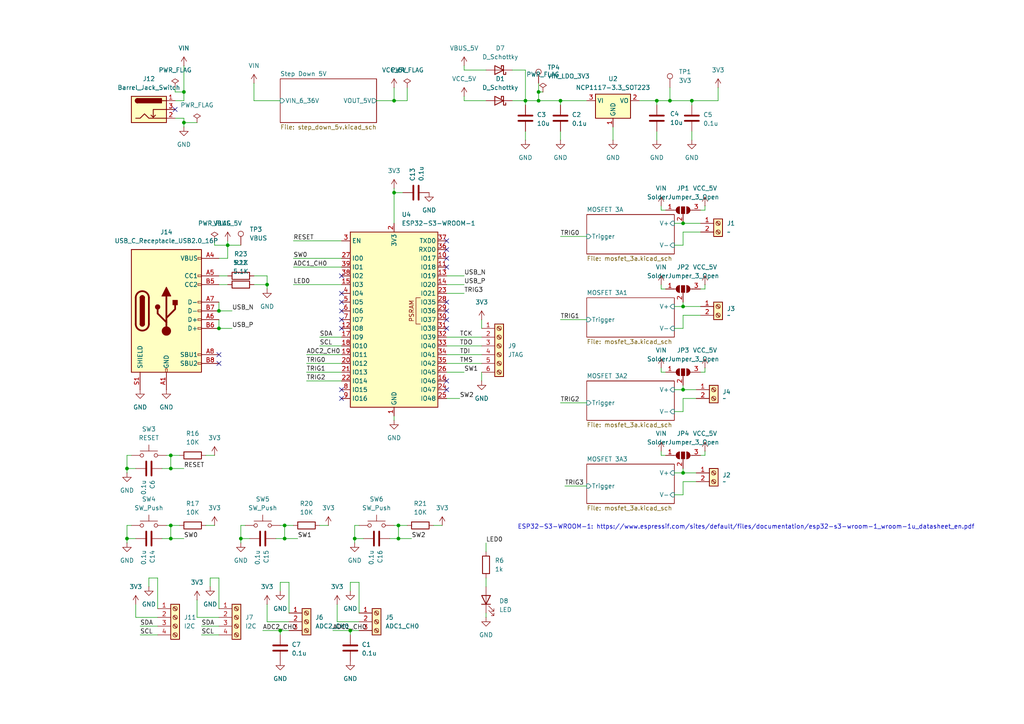
<source format=kicad_sch>
(kicad_sch (version 20231120) (generator "eeschema") (generator_version "8.0")
  (paper "A4")
  (junction (at 63.5 90.17))
  (junction (at 198.12 64.77))
  (junction (at 63.5 95.25))
  (junction (at 152.4 29.21))
  (junction (at 81.28 182.88))
  (junction (at 53.34 26.67))
  (junction (at 190.5 29.21))
  (junction (at 49.53 156.21))
  (junction (at 82.55 156.21))
  (junction (at 114.3 29.21))
  (junction (at 66.04 71.12))
  (junction (at 114.3 55.88))
  (junction (at 156.21 26.67))
  (junction (at 198.12 88.9))
  (junction (at 49.53 135.89))
  (junction (at 49.53 152.4))
  (junction (at 69.85 156.21))
  (junction (at 162.56 29.21))
  (junction (at 156.21 29.21))
  (junction (at 77.47 82.55))
  (junction (at 49.53 132.08))
  (junction (at 36.83 156.21))
  (junction (at 36.83 135.89))
  (junction (at 101.6 182.88))
  (junction (at 82.55 152.4))
  (junction (at 198.12 137.16))
  (junction (at 102.87 156.21))
  (junction (at 115.57 152.4))
  (junction (at 200.66 29.21))
  (junction (at 198.12 113.03))
  (junction (at 115.57 156.21))
  (junction (at 194.31 29.21))
  (junction (at 53.34 35.56))
  (no_connect (at 99.06 80.01))
  (no_connect (at 129.54 72.39))
  (no_connect (at 129.54 90.17))
  (no_connect (at 129.54 74.93))
  (no_connect (at 129.54 87.63))
  (no_connect (at 129.54 77.47))
  (no_connect (at 129.54 69.85))
  (no_connect (at 99.06 90.17))
  (no_connect (at 99.06 87.63))
  (no_connect (at 99.06 85.09))
  (no_connect (at 50.8 31.75))
  (no_connect (at 129.54 110.49))
  (no_connect (at 99.06 95.25))
  (no_connect (at 129.54 113.03))
  (no_connect (at 129.54 95.25))
  (no_connect (at 63.5 102.87))
  (no_connect (at 129.54 92.71))
  (no_connect (at 99.06 113.03))
  (no_connect (at 63.5 105.41))
  (no_connect (at 99.06 115.57))
  (no_connect (at 99.06 92.71))
  (wire (pts (xy 63.5 74.93) (xy 66.04 74.93)))
  (wire (pts (xy 198.12 143.51) (xy 195.58 143.51)))
  (wire (pts (xy 62.23 71.12) (xy 66.04 71.12)))
  (wire (pts (xy 66.04 71.12) (xy 69.85 71.12)))
  (wire (pts (xy 195.58 137.16) (xy 198.12 137.16)))
  (wire (pts (xy 134.62 20.32) (xy 134.62 19.05)))
  (wire (pts (xy 88.9 102.87) (xy 99.06 102.87)))
  (wire (pts (xy 82.55 156.21) (xy 82.55 152.4)))
  (wire (pts (xy 81.28 182.88) (xy 83.82 182.88)))
  (wire (pts (xy 125.73 152.4) (xy 128.27 152.4)))
  (wire (pts (xy 92.71 152.4) (xy 95.25 152.4)))
  (wire (pts (xy 48.26 152.4) (xy 49.53 152.4)))
  (wire (pts (xy 195.58 113.03) (xy 198.12 113.03)))
  (wire (pts (xy 49.53 132.08) (xy 52.07 132.08)))
  (wire (pts (xy 148.59 29.21) (xy 152.4 29.21)))
  (wire (pts (xy 156.21 29.21) (xy 162.56 29.21)))
  (wire (pts (xy 198.12 88.9) (xy 203.2 88.9)))
  (wire (pts (xy 62.23 69.85) (xy 62.23 71.12)))
  (wire (pts (xy 36.83 135.89) (xy 36.83 137.16)))
  (wire (pts (xy 40.64 181.61) (xy 45.72 181.61)))
  (wire (pts (xy 200.66 38.1) (xy 200.66 40.64)))
  (wire (pts (xy 156.21 26.67) (xy 157.48 26.67)))
  (wire (pts (xy 36.83 132.08) (xy 36.83 135.89)))
  (wire (pts (xy 200.66 30.48) (xy 200.66 29.21)))
  (wire (pts (xy 83.82 168.91) (xy 81.28 168.91)))
  (wire (pts (xy 92.71 100.33) (xy 99.06 100.33)))
  (wire (pts (xy 81.28 182.88) (xy 81.28 184.15)))
  (wire (pts (xy 53.34 35.56) (xy 57.15 35.56)))
  (wire (pts (xy 36.83 135.89) (xy 39.37 135.89)))
  (wire (pts (xy 162.56 38.1) (xy 162.56 40.64)))
  (wire (pts (xy 204.47 82.55) (xy 204.47 83.82)))
  (wire (pts (xy 201.93 115.57) (xy 198.12 115.57)))
  (wire (pts (xy 77.47 180.34) (xy 83.82 180.34)))
  (wire (pts (xy 200.66 29.21) (xy 208.28 29.21)))
  (wire (pts (xy 134.62 29.21) (xy 140.97 29.21)))
  (wire (pts (xy 140.97 157.48) (xy 140.97 160.02)))
  (wire (pts (xy 36.83 156.21) (xy 39.37 156.21)))
  (wire (pts (xy 114.3 55.88) (xy 116.84 55.88)))
  (wire (pts (xy 97.79 175.26) (xy 97.79 180.34)))
  (wire (pts (xy 82.55 152.4) (xy 85.09 152.4)))
  (wire (pts (xy 162.56 116.84) (xy 170.18 116.84)))
  (wire (pts (xy 77.47 175.26) (xy 77.47 180.34)))
  (wire (pts (xy 45.72 167.64) (xy 45.72 176.53)))
  (wire (pts (xy 129.54 105.41) (xy 139.7 105.41)))
  (wire (pts (xy 39.37 179.07) (xy 45.72 179.07)))
  (wire (pts (xy 36.83 152.4) (xy 36.83 156.21)))
  (wire (pts (xy 139.7 92.71) (xy 139.7 95.25)))
  (wire (pts (xy 82.55 156.21) (xy 86.36 156.21)))
  (wire (pts (xy 152.4 38.1) (xy 152.4 40.64)))
  (wire (pts (xy 76.2 182.88) (xy 81.28 182.88)))
  (wire (pts (xy 191.77 59.69) (xy 191.77 60.96)))
  (wire (pts (xy 66.04 69.85) (xy 66.04 71.12)))
  (wire (pts (xy 38.1 152.4) (xy 36.83 152.4)))
  (wire (pts (xy 63.5 92.71) (xy 63.5 95.25)))
  (wire (pts (xy 39.37 175.26) (xy 39.37 179.07)))
  (wire (pts (xy 114.3 152.4) (xy 115.57 152.4)))
  (wire (pts (xy 83.82 168.91) (xy 83.82 177.8)))
  (wire (pts (xy 118.11 29.21) (xy 118.11 25.4)))
  (wire (pts (xy 49.53 135.89) (xy 49.53 132.08)))
  (wire (pts (xy 104.14 152.4) (xy 102.87 152.4)))
  (wire (pts (xy 85.09 69.85) (xy 99.06 69.85)))
  (wire (pts (xy 193.04 83.82) (xy 191.77 83.82)))
  (wire (pts (xy 73.66 82.55) (xy 77.47 82.55)))
  (wire (pts (xy 134.62 20.32) (xy 140.97 20.32)))
  (wire (pts (xy 101.6 168.91) (xy 101.6 171.45)))
  (wire (pts (xy 104.14 168.91) (xy 101.6 168.91)))
  (wire (pts (xy 191.77 107.95) (xy 191.77 106.68)))
  (wire (pts (xy 198.12 64.77) (xy 203.2 64.77)))
  (wire (pts (xy 194.31 29.21) (xy 200.66 29.21)))
  (wire (pts (xy 152.4 20.32) (xy 152.4 29.21)))
  (wire (pts (xy 198.12 139.7) (xy 198.12 143.51)))
  (wire (pts (xy 203.2 91.44) (xy 198.12 91.44)))
  (wire (pts (xy 190.5 38.1) (xy 190.5 40.64)))
  (wire (pts (xy 81.28 168.91) (xy 81.28 171.45)))
  (wire (pts (xy 63.5 87.63) (xy 63.5 90.17)))
  (wire (pts (xy 50.8 26.67) (xy 53.34 26.67)))
  (wire (pts (xy 203.2 107.95) (xy 204.47 107.95)))
  (wire (pts (xy 40.64 184.15) (xy 45.72 184.15)))
  (wire (pts (xy 163.83 140.97) (xy 170.18 140.97)))
  (wire (pts (xy 63.5 167.64) (xy 63.5 176.53)))
  (wire (pts (xy 57.15 173.99) (xy 57.15 179.07)))
  (wire (pts (xy 104.14 168.91) (xy 104.14 177.8)))
  (wire (pts (xy 60.96 167.64) (xy 60.96 170.18)))
  (wire (pts (xy 129.54 107.95) (xy 134.62 107.95)))
  (wire (pts (xy 198.12 91.44) (xy 198.12 95.25)))
  (wire (pts (xy 63.5 95.25) (xy 67.31 95.25)))
  (wire (pts (xy 69.85 156.21) (xy 69.85 157.48)))
  (wire (pts (xy 198.12 95.25) (xy 195.58 95.25)))
  (wire (pts (xy 101.6 182.88) (xy 101.6 184.15)))
  (wire (pts (xy 185.42 29.21) (xy 190.5 29.21)))
  (wire (pts (xy 88.9 105.41) (xy 99.06 105.41)))
  (wire (pts (xy 129.54 82.55) (xy 134.62 82.55)))
  (wire (pts (xy 69.85 152.4) (xy 69.85 156.21)))
  (wire (pts (xy 102.87 156.21) (xy 102.87 157.48)))
  (wire (pts (xy 198.12 67.31) (xy 198.12 71.12)))
  (wire (pts (xy 114.3 120.65) (xy 114.3 121.92)))
  (wire (pts (xy 162.56 30.48) (xy 162.56 29.21)))
  (wire (pts (xy 156.21 24.13) (xy 156.21 26.67)))
  (wire (pts (xy 71.12 152.4) (xy 69.85 152.4)))
  (wire (pts (xy 129.54 80.01) (xy 134.62 80.01)))
  (wire (pts (xy 101.6 182.88) (xy 104.14 182.88)))
  (wire (pts (xy 80.01 156.21) (xy 82.55 156.21)))
  (wire (pts (xy 50.8 25.4) (xy 50.8 26.67)))
  (wire (pts (xy 77.47 82.55) (xy 77.47 83.82)))
  (wire (pts (xy 69.85 156.21) (xy 72.39 156.21)))
  (wire (pts (xy 204.47 106.68) (xy 204.47 107.95)))
  (wire (pts (xy 129.54 115.57) (xy 133.35 115.57)))
  (wire (pts (xy 46.99 156.21) (xy 49.53 156.21)))
  (wire (pts (xy 115.57 156.21) (xy 119.38 156.21)))
  (wire (pts (xy 129.54 100.33) (xy 139.7 100.33)))
  (wire (pts (xy 198.12 113.03) (xy 201.93 113.03)))
  (wire (pts (xy 88.9 107.95) (xy 99.06 107.95)))
  (wire (pts (xy 66.04 71.12) (xy 66.04 74.93)))
  (wire (pts (xy 59.69 152.4) (xy 62.23 152.4)))
  (wire (pts (xy 203.2 60.96) (xy 204.47 60.96)))
  (wire (pts (xy 58.42 184.15) (xy 63.5 184.15)))
  (wire (pts (xy 204.47 59.69) (xy 204.47 60.96)))
  (wire (pts (xy 201.93 139.7) (xy 198.12 139.7)))
  (wire (pts (xy 49.53 156.21) (xy 49.53 152.4)))
  (wire (pts (xy 198.12 115.57) (xy 198.12 119.38)))
  (wire (pts (xy 63.5 167.64) (xy 60.96 167.64)))
  (wire (pts (xy 49.53 135.89) (xy 53.34 135.89)))
  (wire (pts (xy 204.47 130.81) (xy 204.47 132.08)))
  (wire (pts (xy 198.12 71.12) (xy 195.58 71.12)))
  (wire (pts (xy 198.12 135.89) (xy 198.12 137.16)))
  (wire (pts (xy 48.26 132.08) (xy 49.53 132.08)))
  (wire (pts (xy 156.21 26.67) (xy 156.21 29.21)))
  (wire (pts (xy 191.77 132.08) (xy 191.77 130.81)))
  (wire (pts (xy 191.77 83.82) (xy 191.77 82.55)))
  (wire (pts (xy 97.79 180.34) (xy 104.14 180.34)))
  (wire (pts (xy 85.09 82.55) (xy 99.06 82.55)))
  (wire (pts (xy 195.58 64.77) (xy 198.12 64.77)))
  (wire (pts (xy 140.97 177.8) (xy 140.97 179.07)))
  (wire (pts (xy 77.47 80.01) (xy 77.47 82.55)))
  (wire (pts (xy 49.53 152.4) (xy 52.07 152.4)))
  (wire (pts (xy 148.59 20.32) (xy 152.4 20.32)))
  (wire (pts (xy 38.1 132.08) (xy 36.83 132.08)))
  (wire (pts (xy 162.56 92.71) (xy 170.18 92.71)))
  (wire (pts (xy 96.52 182.88) (xy 101.6 182.88)))
  (wire (pts (xy 102.87 152.4) (xy 102.87 156.21)))
  (wire (pts (xy 198.12 111.76) (xy 198.12 113.03)))
  (wire (pts (xy 129.54 97.79) (xy 139.7 97.79)))
  (wire (pts (xy 53.34 19.05) (xy 53.34 26.67)))
  (wire (pts (xy 194.31 25.4) (xy 194.31 29.21)))
  (wire (pts (xy 63.5 80.01) (xy 66.04 80.01)))
  (wire (pts (xy 198.12 119.38) (xy 195.58 119.38)))
  (wire (pts (xy 134.62 27.94) (xy 134.62 29.21)))
  (wire (pts (xy 50.8 29.21) (xy 53.34 29.21)))
  (wire (pts (xy 193.04 107.95) (xy 191.77 107.95)))
  (wire (pts (xy 63.5 90.17) (xy 67.31 90.17)))
  (wire (pts (xy 73.66 80.01) (xy 77.47 80.01)))
  (wire (pts (xy 208.28 25.4) (xy 208.28 29.21)))
  (wire (pts (xy 190.5 29.21) (xy 194.31 29.21)))
  (wire (pts (xy 177.8 40.64) (xy 177.8 36.83)))
  (wire (pts (xy 102.87 156.21) (xy 105.41 156.21)))
  (wire (pts (xy 53.34 26.67) (xy 53.34 29.21)))
  (wire (pts (xy 114.3 29.21) (xy 118.11 29.21)))
  (wire (pts (xy 53.34 34.29) (xy 53.34 35.56)))
  (wire (pts (xy 49.53 156.21) (xy 53.34 156.21)))
  (wire (pts (xy 88.9 110.49) (xy 99.06 110.49)))
  (wire (pts (xy 43.18 167.64) (xy 43.18 170.18)))
  (wire (pts (xy 36.83 156.21) (xy 36.83 157.48)))
  (wire (pts (xy 45.72 167.64) (xy 43.18 167.64)))
  (wire (pts (xy 198.12 137.16) (xy 201.93 137.16)))
  (wire (pts (xy 114.3 54.61) (xy 114.3 55.88)))
  (wire (pts (xy 203.2 132.08) (xy 204.47 132.08)))
  (wire (pts (xy 92.71 97.79) (xy 99.06 97.79)))
  (wire (pts (xy 81.28 152.4) (xy 82.55 152.4)))
  (wire (pts (xy 115.57 152.4) (xy 118.11 152.4)))
  (wire (pts (xy 129.54 85.09) (xy 134.62 85.09)))
  (wire (pts (xy 73.66 24.13) (xy 73.66 29.21)))
  (wire (pts (xy 139.7 107.95) (xy 139.7 110.49)))
  (wire (pts (xy 198.12 87.63) (xy 198.12 88.9)))
  (wire (pts (xy 203.2 67.31) (xy 198.12 67.31)))
  (wire (pts (xy 162.56 29.21) (xy 170.18 29.21)))
  (wire (pts (xy 115.57 156.21) (xy 115.57 152.4)))
  (wire (pts (xy 53.34 35.56) (xy 53.34 36.83)))
  (wire (pts (xy 50.8 34.29) (xy 53.34 34.29)))
  (wire (pts (xy 59.69 132.08) (xy 62.23 132.08)))
  (wire (pts (xy 85.09 77.47) (xy 99.06 77.47)))
  (wire (pts (xy 113.03 156.21) (xy 115.57 156.21)))
  (wire (pts (xy 162.56 68.58) (xy 170.18 68.58)))
  (wire (pts (xy 203.2 83.82) (xy 204.47 83.82)))
  (wire (pts (xy 58.42 181.61) (xy 63.5 181.61)))
  (wire (pts (xy 195.58 88.9) (xy 198.12 88.9)))
  (wire (pts (xy 63.5 82.55) (xy 66.04 82.55)))
  (wire (pts (xy 193.04 132.08) (xy 191.77 132.08)))
  (wire (pts (xy 85.09 74.93) (xy 99.06 74.93)))
  (wire (pts (xy 129.54 102.87) (xy 139.7 102.87)))
  (wire (pts (xy 114.3 25.4) (xy 114.3 29.21)))
  (wire (pts (xy 46.99 135.89) (xy 49.53 135.89)))
  (wire (pts (xy 73.66 29.21) (xy 81.28 29.21)))
  (wire (pts (xy 191.77 60.96) (xy 193.04 60.96)))
  (wire (pts (xy 109.22 29.21) (xy 114.3 29.21)))
  (wire (pts (xy 57.15 179.07) (xy 63.5 179.07)))
  (wire (pts (xy 114.3 55.88) (xy 114.3 64.77)))
  (wire (pts (xy 190.5 29.21) (xy 190.5 30.48)))
  (wire (pts (xy 152.4 29.21) (xy 156.21 29.21)))
  (wire (pts (xy 152.4 29.21) (xy 152.4 30.48)))
  (wire (pts (xy 140.97 167.64) (xy 140.97 170.18)))
  (text "ESP32-S3-WROOM-1: https://www.espressif.com/sites/default/files/documentation/esp32-s3-wroom-1_wroom-1u_datasheet_en.pdf" (at 216.408 152.908 0) (effects (font (size 1.27 1.27))))
  (label "SCL" (at 58.42 184.15 0))
  (label "TDI" (at 133.35 102.87 0))
  (label "ADC1_CH0" (at 96.52 182.88 0))
  (label "SDA" (at 58.42 181.61 0))
  (label "RESET" (at 53.34 135.89 0))
  (label "TRIG1" (at 162.56 92.71 0))
  (label "TRIG2" (at 162.56 116.84 0))
  (label "TCK" (at 133.35 97.79 0))
  (label "TMS" (at 133.35 105.41 0))
  (label "USB_N" (at 134.62 80.01 0))
  (label "ADC1_CH0" (at 85.09 77.47 0))
  (label "ADC2_CH0" (at 88.9 102.87 0))
  (label "RESET" (at 85.09 69.85 0))
  (label "LED0" (at 140.97 157.48 0))
  (label "SW2" (at 119.38 156.21 0))
  (label "TRIG1" (at 88.9 107.95 0))
  (label "SCL" (at 92.71 100.33 0))
  (label "TDO" (at 133.35 100.33 0))
  (label "LED0" (at 85.09 82.55 0))
  (label "TRIG0" (at 88.9 105.41 0))
  (label "SW2" (at 133.35 115.57 0))
  (label "TRIG2" (at 88.9 110.49 0))
  (label "SW0" (at 85.09 74.93 0))
  (label "SW1" (at 134.62 107.95 0))
  (label "USB_P" (at 67.31 95.25 0))
  (label "SW0" (at 53.34 156.21 0))
  (label "USB_N" (at 67.31 90.17 0))
  (label "TRIG0" (at 162.56 68.58 0))
  (label "TRIG3" (at 163.83 140.97 0))
  (label "ADC2_CH0" (at 76.2 182.88 0))
  (label "SDA" (at 40.64 181.61 0))
  (label "SCL" (at 40.64 184.15 0))
  (label "TRIG3" (at 134.62 85.09 0))
  (label "SDA" (at 92.71 97.79 0))
  (label "SW1" (at 86.36 156.21 0))
  (label "USB_P" (at 134.62 82.55 0))
  (symbol (lib_id "Device:C") (at 162.56 34.29 0) (unit 1)
    (property "Reference" "C2" (at 165.862 33.274 0) (effects (justify left)))
    (property "Value" "0.1u" (at 165.862 35.814 0) (effects (justify left)))
    (property "Footprint" "Capacitor_SMD:C_0805_2012Metric_Pad1.18x1.45mm_HandSolder" (effects (hide yes)))
    (property "Description" "Unpolarized capacitor" (effects (hide yes)))
  )
  (symbol (lib_id "Switch:SW_Push") (at 43.18 152.4 0) (unit 1)
    (property "Reference" "SW4" (at 43.18 144.78 0))
    (property "Value" "SW_Push" (at 43.18 147.32 0))
    (property "Footprint" "Button_Switch_THT:SW_PUSH_6mm" (effects (hide yes)))
    (property "Description" "Push button switch, generic, two pins" (effects (hide yes)))
  )
  (symbol (lib_id "Jumper:SolderJumper_3_Open") (at 198.12 60.96 0) (unit 1) (exclude_from_sim yes) (in_bom no)
    (property "Reference" "JP1" (at 198.12 54.61 0))
    (property "Value" "SolderJumper_3_Open" (at 198.12 57.15 0))
    (property "Footprint" "Jumper:SolderJumper-3_P1.3mm_Open_Pad1.0x1.5mm_NumberLabels" (effects (hide yes)))
    (property "Description" "Solder Jumper, 3-pole, open" (effects (hide yes)))
  )
  (symbol (lib_id "Device:C") (at 190.5 34.29 0) (unit 1)
    (property "Reference" "C4" (at 194.31 33.0199 0) (effects (justify left)))
    (property "Value" "10u" (at 194.31 35.5599 0) (effects (justify left)))
    (property "Footprint" "Capacitor_SMD:C_0805_2012Metric_Pad1.18x1.45mm_HandSolder" (effects (hide yes)))
    (property "Description" "Unpolarized capacitor" (effects (hide yes)))
  )
  (symbol (lib_id "Device:R") (at 121.92 152.4 270) (unit 1)
    (property "Reference" "R21" (at 121.92 146.05 90))
    (property "Value" "10K" (at 121.92 148.59 90))
    (property "Footprint" "Resistor_SMD:R_0805_2012Metric_Pad1.20x1.40mm_HandSolder" (effects (hide yes)))
    (property "Description" "Resistor" (effects (hide yes)))
  )
  (symbol (lib_name "VCC_1") (lib_id "power:VCC") (at 139.7 92.71 0) (unit 1)
    (property "Reference" "#PWR059" (effects (hide yes)))
    (property "Value" "3V3" (at 139.7 87.63 0))
    (property "Description" "Power symbol creates a global label with name \"VCC\"" (effects (hide yes)))
  )
  (symbol (lib_id "power:GND") (at 53.34 36.83 0) (unit 1)
    (property "Reference" "#PWR028" (effects (hide yes)))
    (property "Value" "GND" (at 53.34 41.91 0))
    (property "Description" "Power symbol creates a global label with name \"GND\" , ground" (effects (hide yes)))
  )
  (symbol (lib_id "Connector:Screw_Terminal_01x03") (at 109.22 180.34 0) (unit 1)
    (property "Reference" "J5" (at 111.76 179.0699 0) (effects (justify left)))
    (property "Value" "ADC1_CH0" (at 111.76 181.6099 0) (effects (justify left)))
    (property "Footprint" "Connector_JST:JST_XH_B3B-XH-AM_1x03_P2.50mm_Vertical" (effects (hide yes)))
    (property "Description" "Generic screw terminal, single row, 01x03, script generated (kicad-library-utils/schlib/autogen/connector/)" (effects (hide yes)))
  )
  (symbol (lib_id "Connector:Screw_Terminal_01x02") (at 207.01 137.16 0) (unit 1)
    (property "Reference" "J2" (at 209.55 137.7949 0) (effects (justify left)))
    (property "Value" "~" (at 209.55 139.7 0) (effects (justify left)))
    (property "Footprint" "TerminalBlock_Phoenix:TerminalBlock_Phoenix_MKDS-1,5-2-5.08_1x02_P5.08mm_Horizontal" (effects (hide yes)))
    (property "Description" "Generic screw terminal, single row, 01x02, script generated (kicad-library-utils/schlib/autogen/connector/)" (effects (hide yes)))
  )
  (symbol (lib_name "VCC_1") (lib_id "power:VCC") (at 39.37 175.26 0) (unit 1)
    (property "Reference" "#PWR013" (effects (hide yes)))
    (property "Value" "3V3" (at 39.37 170.18 0))
    (property "Description" "Power symbol creates a global label with name \"VCC\"" (effects (hide yes)))
  )
  (symbol (lib_name "VCC_1") (lib_id "power:VCC") (at 62.23 132.08 0) (unit 1)
    (property "Reference" "#PWR04" (effects (hide yes)))
    (property "Value" "3V3" (at 62.23 127 0))
    (property "Description" "Power symbol creates a global label with name \"VCC\"" (effects (hide yes)))
  )
  (symbol (lib_id "Switch:SW_Push") (at 76.2 152.4 0) (unit 1)
    (property "Reference" "SW5" (at 76.2 144.78 0))
    (property "Value" "SW_Push" (at 76.2 147.32 0))
    (property "Footprint" "Button_Switch_THT:SW_PUSH_6mm" (effects (hide yes)))
    (property "Description" "Push button switch, generic, two pins" (effects (hide yes)))
  )
  (symbol (lib_id "Device:R") (at 55.88 152.4 270) (unit 1)
    (property "Reference" "R17" (at 55.88 146.05 90))
    (property "Value" "10K" (at 55.88 148.59 90))
    (property "Footprint" "Resistor_SMD:R_0805_2012Metric_Pad1.20x1.40mm_HandSolder" (effects (hide yes)))
    (property "Description" "Resistor" (effects (hide yes)))
  )
  (symbol (lib_id "power:GND") (at 102.87 157.48 0) (unit 1)
    (property "Reference" "#PWR051" (effects (hide yes)))
    (property "Value" "GND" (at 102.87 162.56 0))
    (property "Description" "Power symbol creates a global label with name \"GND\" , ground" (effects (hide yes)))
  )
  (symbol (lib_id "power:GND") (at 177.8 40.64 0) (unit 1)
    (property "Reference" "#PWR024" (effects (hide yes)))
    (property "Value" "GND" (at 177.8 45.72 0))
    (property "Description" "Power symbol creates a global label with name \"GND\" , ground" (effects (hide yes)))
  )
  (symbol (lib_name "VCC_1") (lib_id "power:VCC") (at 134.62 27.94 0) (unit 1)
    (property "Reference" "#PWR036" (effects (hide yes)))
    (property "Value" "VCC_5V" (at 134.62 22.86 0))
    (property "Description" "Power symbol creates a global label with name \"VCC\"" (effects (hide yes)))
  )
  (symbol (lib_id "Device:R") (at 69.85 82.55 90) (unit 1)
    (property "Reference" "R22" (at 69.85 76.2 90))
    (property "Value" "5.1K" (at 69.85 78.74 90))
    (property "Footprint" "Resistor_SMD:R_0805_2012Metric_Pad1.20x1.40mm_HandSolder" (effects (hide yes)))
    (property "Description" "Resistor" (effects (hide yes)))
  )
  (symbol (lib_id "power:GND") (at 140.97 179.07 0) (unit 1)
    (property "Reference" "#PWR015" (effects (hide yes)))
    (property "Value" "GND" (at 140.97 184.15 0))
    (property "Description" "Power symbol creates a global label with name \"GND\" , ground" (effects (hide yes)))
  )
  (symbol (lib_id "Connector:Screw_Terminal_01x06") (at 144.78 100.33 0) (unit 1)
    (property "Reference" "J9" (at 147.32 100.3299 0) (effects (justify left)))
    (property "Value" "JTAG" (at 147.32 102.8699 0) (effects (justify left)))
    (property "Footprint" "Connector_JST:JST_XH_B6B-XH-AM_1x06_P2.50mm_Vertical" (effects (hide yes)))
    (property "Description" "Generic screw terminal, single row, 01x06, script generated (kicad-library-utils/schlib/autogen/connector/)" (effects (hide yes)))
  )
  (symbol (lib_id "power:GND") (at 36.83 137.16 0) (unit 1)
    (property "Reference" "#PWR03" (effects (hide yes)))
    (property "Value" "GND" (at 36.83 142.24 0))
    (property "Description" "Power symbol creates a global label with name \"GND\" , ground" (effects (hide yes)))
  )
  (symbol (lib_id "Connector:Barrel_Jack_Switch") (at 43.18 31.75 0) (unit 1)
    (property "Reference" "J12" (at 43.18 22.86 0))
    (property "Value" "Barrel_Jack_Switch" (at 43.18 25.4 0))
    (property "Footprint" "Connector_BarrelJack:BarrelJack_Horizontal" (effects (hide yes)))
    (property "Description" "DC Barrel Jack with an internal switch" (effects (hide yes)))
  )
  (symbol (lib_id "power:PWR_FLAG") (at 118.11 25.4 0) (unit 1)
    (property "Reference" "#FLG05" (effects (hide yes)))
    (property "Value" "PWR_FLAG" (at 118.11 20.32 0))
    (property "Description" "Special symbol for telling ERC where power comes from" (effects (hide yes)))
  )
  (symbol (lib_id "Device:C") (at 152.4 34.29 0) (unit 1)
    (property "Reference" "C3" (at 155.702 33.274 0) (effects (justify left)))
    (property "Value" "10u" (at 155.702 35.814 0) (effects (justify left)))
    (property "Footprint" "Capacitor_SMD:C_0805_2012Metric_Pad1.18x1.45mm_HandSolder" (effects (hide yes)))
    (property "Description" "Unpolarized capacitor" (effects (hide yes)))
  )
  (symbol (lib_id "Connector:Screw_Terminal_01x03") (at 88.9 180.34 0) (unit 1)
    (property "Reference" "J6" (at 91.44 179.0699 0) (effects (justify left)))
    (property "Value" "ADC2_CH0" (at 91.44 181.6099 0) (effects (justify left)))
    (property "Footprint" "Connector_JST:JST_XH_B3B-XH-AM_1x03_P2.50mm_Vertical" (effects (hide yes)))
    (property "Description" "Generic screw terminal, single row, 01x03, script generated (kicad-library-utils/schlib/autogen/connector/)" (effects (hide yes)))
  )
  (symbol (lib_id "power:PWR_FLAG") (at 57.15 35.56 0) (unit 1)
    (property "Reference" "#FLG02" (effects (hide yes)))
    (property "Value" "PWR_FLAG" (at 57.15 30.48 0))
    (property "Description" "Special symbol for telling ERC where power comes from" (effects (hide yes)))
  )
  (symbol (lib_id "Switch:SW_Push") (at 109.22 152.4 0) (unit 1)
    (property "Reference" "SW6" (at 109.22 144.78 0))
    (property "Value" "SW_Push" (at 109.22 147.32 0))
    (property "Footprint" "Button_Switch_THT:SW_PUSH_6mm" (effects (hide yes)))
    (property "Description" "Push button switch, generic, two pins" (effects (hide yes)))
  )
  (symbol (lib_id "power:GND") (at 152.4 40.64 0) (unit 1)
    (property "Reference" "#PWR025" (effects (hide yes)))
    (property "Value" "GND" (at 152.4 45.72 0))
    (property "Description" "Power symbol creates a global label with name \"GND\" , ground" (effects (hide yes)))
  )
  (symbol (lib_id "Device:C") (at 109.22 156.21 270) (unit 1)
    (property "Reference" "C16" (at 110.236 159.512 0) (effects (justify left)))
    (property "Value" "0.1u" (at 107.696 159.512 0) (effects (justify left)))
    (property "Footprint" "Capacitor_SMD:C_0805_2012Metric_Pad1.18x1.45mm_HandSolder" (effects (hide yes)))
    (property "Description" "Unpolarized capacitor" (effects (hide yes)))
  )
  (symbol (lib_id "Device:C") (at 76.2 156.21 270) (unit 1)
    (property "Reference" "C15" (at 77.216 159.512 0) (effects (justify left)))
    (property "Value" "0.1u" (at 74.676 159.512 0) (effects (justify left)))
    (property "Footprint" "Capacitor_SMD:C_0805_2012Metric_Pad1.18x1.45mm_HandSolder" (effects (hide yes)))
    (property "Description" "Unpolarized capacitor" (effects (hide yes)))
  )
  (symbol (lib_id "Device:R") (at 69.85 80.01 90) (unit 1)
    (property "Reference" "R23" (at 69.85 73.66 90))
    (property "Value" "5.1K" (at 69.85 76.2 90))
    (property "Footprint" "Resistor_SMD:R_0805_2012Metric_Pad1.20x1.40mm_HandSolder" (effects (hide yes)))
    (property "Description" "Resistor" (effects (hide yes)))
  )
  (symbol (lib_name "VCC_1") (lib_id "power:VCC") (at 62.23 152.4 0) (unit 1)
    (property "Reference" "#PWR044" (effects (hide yes)))
    (property "Value" "3V3" (at 62.23 147.32 0))
    (property "Description" "Power symbol creates a global label with name \"VCC\"" (effects (hide yes)))
  )
  (symbol (lib_name "VCC_1") (lib_id "power:VCC") (at 134.62 19.05 0) (unit 1)
    (property "Reference" "#PWR037" (effects (hide yes)))
    (property "Value" "VBUS_5V" (at 134.62 13.97 0))
    (property "Description" "Power symbol creates a global label with name \"VCC\"" (effects (hide yes)))
  )
  (symbol (lib_id "Device:C") (at 101.6 187.96 0) (unit 1)
    (property "Reference" "C1" (at 104.902 186.944 0) (effects (justify left)))
    (property "Value" "0.1u" (at 104.902 189.484 0) (effects (justify left)))
    (property "Footprint" "Capacitor_SMD:C_0805_2012Metric_Pad1.18x1.45mm_HandSolder" (effects (hide yes)))
    (property "Description" "Unpolarized capacitor" (effects (hide yes)))
  )
  (symbol (lib_id "Device:C") (at 120.65 55.88 90) (unit 1)
    (property "Reference" "C13" (at 119.634 52.578 0) (effects (justify left)))
    (property "Value" "0.1u" (at 122.174 52.578 0) (effects (justify left)))
    (property "Footprint" "Capacitor_SMD:C_0805_2012Metric_Pad1.18x1.45mm_HandSolder" (effects (hide yes)))
    (property "Description" "Unpolarized capacitor" (effects (hide yes)))
  )
  (symbol (lib_id "Device:C") (at 81.28 187.96 0) (unit 1)
    (property "Reference" "C7" (at 84.582 186.944 0) (effects (justify left)))
    (property "Value" "0.1u" (at 84.582 189.484 0) (effects (justify left)))
    (property "Footprint" "Capacitor_SMD:C_0805_2012Metric_Pad1.18x1.45mm_HandSolder" (effects (hide yes)))
    (property "Description" "Unpolarized capacitor" (effects (hide yes)))
  )
  (symbol (lib_id "power:GND") (at 200.66 40.64 0) (unit 1)
    (property "Reference" "#PWR040" (effects (hide yes)))
    (property "Value" "GND" (at 200.66 45.72 0))
    (property "Description" "Power symbol creates a global label with name \"GND\" , ground" (effects (hide yes)))
  )
  (symbol (lib_id "power:GND") (at 81.28 171.45 0) (unit 1)
    (property "Reference" "#PWR027" (effects (hide yes)))
    (property "Value" "GND" (at 81.28 176.53 0))
    (property "Description" "Power symbol creates a global label with name \"GND\" , ground" (effects (hide yes)))
  )
  (symbol (lib_id "Regulator_Linear:NCP1117-3.3_SOT223") (at 177.8 29.21 0) (unit 1)
    (property "Reference" "U2" (at 177.8 22.86 0))
    (property "Value" "NCP1117-3.3_SOT223" (at 177.8 25.4 0))
    (property "Footprint" "Package_TO_SOT_SMD:SOT-223-3_TabPin2" (effects (hide yes)))
    (property "Datasheet" "http://www.onsemi.com/pub_link/Collateral/NCP1117-D.PDF" (effects (hide yes)))
    (property "Description" "1A Low drop-out regulator, Fixed Output 3.3V, SOT-223" (effects (hide yes)))
  )
  (symbol (lib_id "Device:C") (at 43.18 135.89 270) (unit 1)
    (property "Reference" "C6" (at 44.196 139.192 0) (effects (justify left)))
    (property "Value" "0.1u" (at 41.656 139.192 0) (effects (justify left)))
    (property "Footprint" "Capacitor_SMD:C_0805_2012Metric_Pad1.18x1.45mm_HandSolder" (effects (hide yes)))
    (property "Description" "Unpolarized capacitor" (effects (hide yes)))
  )
  (symbol (lib_id "power:PWR_FLAG") (at 50.8 25.4 0) (unit 1)
    (property "Reference" "#FLG01" (effects (hide yes)))
    (property "Value" "PWR_FLAG" (at 50.8 20.32 0))
    (property "Description" "Special symbol for telling ERC where power comes from" (effects (hide yes)))
  )
  (symbol (lib_id "power:PWR_FLAG") (at 157.48 26.67 0) (unit 1)
    (property "Reference" "#FLG04" (effects (hide yes)))
    (property "Value" "PWR_FLAG" (at 157.48 21.59 0))
    (property "Description" "Special symbol for telling ERC where power comes from" (effects (hide yes)))
  )
  (symbol (lib_name "VCC_1") (lib_id "power:VCC") (at 204.47 106.68 0) (unit 1)
    (property "Reference" "#PWR010" (effects (hide yes)))
    (property "Value" "VCC_5V" (at 204.47 101.6 0))
    (property "Description" "Power symbol creates a global label with name \"VCC\"" (effects (hide yes)))
  )
  (symbol (lib_id "power:VCC") (at 191.77 106.68 0) (unit 1)
    (property "Reference" "#PWR09" (effects (hide yes)))
    (property "Value" "VIN" (at 191.77 101.6 0))
    (property "Description" "Power symbol creates a global label with name \"VCC\"" (effects (hide yes)))
  )
  (symbol (lib_name "VCC_1") (lib_id "power:VCC") (at 208.28 25.4 0) (unit 1)
    (property "Reference" "#PWR038" (effects (hide yes)))
    (property "Value" "3V3" (at 208.28 20.32 0))
    (property "Description" "Power symbol creates a global label with name \"VCC\"" (effects (hide yes)))
  )
  (symbol (lib_id "power:GND") (at 69.85 157.48 0) (unit 1)
    (property "Reference" "#PWR045" (effects (hide yes)))
    (property "Value" "GND" (at 69.85 162.56 0))
    (property "Description" "Power symbol creates a global label with name \"GND\" , ground" (effects (hide yes)))
  )
  (symbol (lib_id "Connector:TestPoint") (at 156.21 24.13 0) (unit 1)
    (property "Reference" "TP4" (at 158.75 19.5579 0) (effects (justify left)))
    (property "Value" "VIN_LDO_3V3" (at 158.75 22.0979 0) (effects (justify left)))
    (property "Footprint" "TestPoint:TestPoint_Pad_2.0x2.0mm" (effects (hide yes)))
    (property "Description" "test point" (effects (hide yes)))
  )
  (symbol (lib_name "VCC_1") (lib_id "power:VCC") (at 57.15 173.99 0) (unit 1)
    (property "Reference" "#PWR014" (effects (hide yes)))
    (property "Value" "3V3" (at 57.15 168.91 0))
    (property "Description" "Power symbol creates a global label with name \"VCC\"" (effects (hide yes)))
  )
  (symbol (lib_name "VCC_1") (lib_id "power:VCC") (at 204.47 82.55 0) (unit 1)
    (property "Reference" "#PWR019" (effects (hide yes)))
    (property "Value" "VCC_5V" (at 204.47 77.47 0))
    (property "Description" "Power symbol creates a global label with name \"VCC\"" (effects (hide yes)))
  )
  (symbol (lib_name "VCC_1") (lib_id "power:VCC") (at 204.47 130.81 0) (unit 1)
    (property "Reference" "#PWR012" (effects (hide yes)))
    (property "Value" "VCC_5V" (at 204.47 125.73 0))
    (property "Description" "Power symbol creates a global label with name \"VCC\"" (effects (hide yes)))
  )
  (symbol (lib_id "power:GND") (at 43.18 170.18 0) (unit 1)
    (property "Reference" "#PWR029" (effects (hide yes)))
    (property "Value" "GND" (at 43.18 175.26 0))
    (property "Description" "Power symbol creates a global label with name \"GND\" , ground" (effects (hide yes)))
  )
  (symbol (lib_id "power:VCC") (at 191.77 82.55 0) (unit 1)
    (property "Reference" "#PWR018" (effects (hide yes)))
    (property "Value" "VIN" (at 191.77 77.47 0))
    (property "Description" "Power symbol creates a global label with name \"VCC\"" (effects (hide yes)))
  )
  (symbol (lib_id "power:GND") (at 114.3 121.92 0) (unit 1)
    (property "Reference" "#PWR032" (effects (hide yes)))
    (property "Value" "GND" (at 114.3 127 0))
    (property "Description" "Power symbol creates a global label with name \"GND\" , ground" (effects (hide yes)))
  )
  (symbol (lib_name "VCC_1") (lib_id "power:VCC") (at 204.47 59.69 0) (unit 1)
    (property "Reference" "#PWR016" (effects (hide yes)))
    (property "Value" "VCC_5V" (at 204.47 54.61 0))
    (property "Description" "Power symbol creates a global label with name \"VCC\"" (effects (hide yes)))
  )
  (symbol (lib_id "Connector:Screw_Terminal_01x02") (at 208.28 88.9 0) (unit 1)
    (property "Reference" "J3" (at 210.82 89.5349 0) (effects (justify left)))
    (property "Value" "~" (at 210.82 91.44 0) (effects (justify left)))
    (property "Footprint" "TerminalBlock_Phoenix:TerminalBlock_Phoenix_MKDS-1,5-2-5.08_1x02_P5.08mm_Horizontal" (effects (hide yes)))
    (property "Description" "Generic screw terminal, single row, 01x02, script generated (kicad-library-utils/schlib/autogen/connector/)" (effects (hide yes)))
  )
  (symbol (lib_id "Device:R") (at 140.97 163.83 0) (unit 1)
    (property "Reference" "R6" (at 143.51 162.5599 0) (effects (justify left)))
    (property "Value" "1k" (at 143.51 165.0999 0) (effects (justify left)))
    (property "Footprint" "Resistor_SMD:R_0805_2012Metric_Pad1.20x1.40mm_HandSolder" (effects (hide yes)))
    (property "Description" "Resistor" (effects (hide yes)))
  )
  (symbol (lib_name "VCC_1") (lib_id "power:VCC") (at 128.27 152.4 0) (unit 1)
    (property "Reference" "#PWR052" (effects (hide yes)))
    (property "Value" "3V3" (at 128.27 147.32 0))
    (property "Description" "Power symbol creates a global label with name \"VCC\"" (effects (hide yes)))
  )
  (symbol (lib_id "Connector:USB_C_Receptacle_USB2.0_16P") (at 48.26 90.17 0) (unit 1)
    (property "Reference" "J14" (at 48.26 67.31 0))
    (property "Value" "USB_C_Receptacle_USB2.0_16P" (at 48.26 69.85 0))
    (property "Footprint" "Connector_USB:USB_C_Receptacle_G-Switch_GT-USB-7010ASV" (effects (hide yes)))
    (property "Datasheet" "https://www.usb.org/sites/default/files/documents/usb_type-c.zip" (effects (hide yes)))
    (property "Description" "USB 2.0-only 16P Type-C Receptacle connector" (effects (hide yes)))
  )
  (symbol (lib_id "power:GND") (at 190.5 40.64 0) (unit 1)
    (property "Reference" "#PWR026" (effects (hide yes)))
    (property "Value" "GND" (at 190.5 45.72 0))
    (property "Description" "Power symbol creates a global label with name \"GND\" , ground" (effects (hide yes)))
  )
  (symbol (lib_id "power:GND") (at 162.56 40.64 0) (unit 1)
    (property "Reference" "#PWR039" (effects (hide yes)))
    (property "Value" "GND" (at 162.56 45.72 0))
    (property "Description" "Power symbol creates a global label with name \"GND\" , ground" (effects (hide yes)))
  )
  (symbol (lib_id "Device:C") (at 43.18 156.21 270) (unit 1)
    (property "Reference" "C14" (at 44.196 159.512 0) (effects (justify left)))
    (property "Value" "0.1u" (at 41.656 159.512 0) (effects (justify left)))
    (property "Footprint" "Capacitor_SMD:C_0805_2012Metric_Pad1.18x1.45mm_HandSolder" (effects (hide yes)))
    (property "Description" "Unpolarized capacitor" (effects (hide yes)))
  )
  (symbol (lib_id "power:GND") (at 124.46 55.88 0) (unit 1)
    (property "Reference" "#PWR042" (effects (hide yes)))
    (property "Value" "GND" (at 124.46 60.96 0))
    (property "Description" "Power symbol creates a global label with name \"GND\" , ground" (effects (hide yes)))
  )
  (symbol (lib_id "power:VCC") (at 191.77 130.81 0) (unit 1)
    (property "Reference" "#PWR011" (effects (hide yes)))
    (property "Value" "VIN" (at 191.77 125.73 0))
    (property "Description" "Power symbol creates a global label with name \"VCC\"" (effects (hide yes)))
  )
  (symbol (lib_id "power:GND") (at 139.7 110.49 0) (unit 1)
    (property "Reference" "#PWR058" (effects (hide yes)))
    (property "Value" "GND" (at 139.7 115.57 0))
    (property "Description" "Power symbol creates a global label with name \"GND\" , ground" (effects (hide yes)))
  )
  (symbol (lib_id "Device:LED") (at 140.97 173.99 90) (unit 1)
    (property "Reference" "D8" (at 144.78 174.3074 90) (effects (justify right)))
    (property "Value" "LED" (at 144.78 176.8474 90) (effects (justify right)))
    (property "Footprint" "LED_SMD:LED_0805_2012Metric_Pad1.15x1.40mm_HandSolder" (effects (hide yes)))
    (property "Description" "Light emitting diode" (effects (hide yes)))
  )
  (symbol (lib_id "power:GND") (at 77.47 83.82 0) (unit 1)
    (property "Reference" "#PWR048" (effects (hide yes)))
    (property "Value" "GND" (at 77.47 88.9 0))
    (property "Description" "Power symbol creates a global label with name \"GND\" , ground" (effects (hide yes)))
  )
  (symbol (lib_id "Connector:Screw_Terminal_01x02") (at 208.28 64.77 0) (unit 1)
    (property "Reference" "J1" (at 210.82 64.7699 0) (effects (justify left)))
    (property "Value" "~" (at 210.82 67.3099 0) (effects (justify left)))
    (property "Footprint" "TerminalBlock_Phoenix:TerminalBlock_Phoenix_MKDS-1,5-2-5.08_1x02_P5.08mm_Horizontal" (effects (hide yes)))
    (property "Description" "Generic screw terminal, single row, 01x02, script generated (kicad-library-utils/schlib/autogen/connector/)" (effects (hide yes)))
  )
  (symbol (lib_name "VCC_1") (lib_id "power:VCC") (at 114.3 25.4 0) (unit 1)
    (property "Reference" "#PWR035" (effects (hide yes)))
    (property "Value" "VCC_5V" (at 114.3 20.32 0))
    (property "Description" "Power symbol creates a global label with name \"VCC\"" (effects (hide yes)))
  )
  (symbol (lib_id "power:GND") (at 40.64 113.03 0) (unit 1)
    (property "Reference" "#PWR046" (effects (hide yes)))
    (property "Value" "GND" (at 40.64 118.11 0))
    (property "Description" "Power symbol creates a global label with name \"GND\" , ground" (effects (hide yes)))
  )
  (symbol (lib_id "Connector:Screw_Terminal_01x04") (at 68.58 179.07 0) (unit 1)
    (property "Reference" "J7" (at 71.12 179.0699 0) (effects (justify left)))
    (property "Value" "I2C" (at 71.12 181.6099 0) (effects (justify left)))
    (property "Footprint" "Connector_JST:JST_XH_B4B-XH-AM_1x04_P2.50mm_Vertical" (effects (hide yes)))
    (property "Description" "Generic screw terminal, single row, 01x04, script generated (kicad-library-utils/schlib/autogen/connector/)" (effects (hide yes)))
  )
  (symbol (lib_id "Connector:TestPoint") (at 69.85 71.12 0) (unit 1)
    (property "Reference" "TP3" (at 72.39 66.5479 0) (effects (justify left)))
    (property "Value" "VBUS" (at 72.39 69.0879 0) (effects (justify left)))
    (property "Footprint" "TestPoint:TestPoint_Pad_2.0x2.0mm" (effects (hide yes)))
    (property "Description" "test point" (effects (hide yes)))
  )
  (symbol (lib_name "VCC_1") (lib_id "power:VCC") (at 66.04 69.85 0) (unit 1)
    (property "Reference" "#PWR049" (effects (hide yes)))
    (property "Value" "VBUS_5V" (at 66.04 64.77 0))
    (property "Description" "Power symbol creates a global label with name \"VCC\"" (effects (hide yes)))
  )
  (symbol (lib_name "VCC_1") (lib_id "power:VCC") (at 114.3 54.61 0) (unit 1)
    (property "Reference" "#PWR043" (effects (hide yes)))
    (property "Value" "3V3" (at 114.3 49.53 0))
    (property "Description" "Power symbol creates a global label with name \"VCC\"" (effects (hide yes)))
  )
  (symbol (lib_name "VCC_1") (lib_id "power:VCC") (at 97.79 175.26 0) (unit 1)
    (property "Reference" "#PWR056" (effects (hide yes)))
    (property "Value" "3V3" (at 97.79 170.18 0))
    (property "Description" "Power symbol creates a global label with name \"VCC\"" (effects (hide yes)))
  )
  (symbol (lib_id "power:GND") (at 101.6 171.45 0) (unit 1)
    (property "Reference" "#PWR057" (effects (hide yes)))
    (property "Value" "GND" (at 101.6 176.53 0))
    (property "Description" "Power symbol creates a global label with name \"GND\" , ground" (effects (hide yes)))
  )
  (symbol (lib_id "Device:D_Schottky") (at 144.78 20.32 180) (unit 1)
    (property "Reference" "D7" (at 145.0975 13.97 0))
    (property "Value" "D_Schottky" (at 145.0975 16.51 0))
    (property "Footprint" "Diode_SMD:D_0805_2012Metric_Pad1.15x1.40mm_HandSolder" (effects (hide yes)))
    (property "Description" "Schottky diode" (effects (hide yes)))
  )
  (symbol (lib_id "Device:D_Schottky") (at 144.78 29.21 180) (unit 1)
    (property "Reference" "D1" (at 145.0975 22.86 0))
    (property "Value" "D_Schottky" (at 145.0975 25.4 0))
    (property "Footprint" "Diode_SMD:D_0805_2012Metric_Pad1.15x1.40mm_HandSolder" (effects (hide yes)))
    (property "Description" "Schottky diode" (effects (hide yes)))
  )
  (symbol (lib_id "power:VCC") (at 73.66 24.13 0) (unit 1)
    (property "Reference" "#PWR034" (effects (hide yes)))
    (property "Value" "VIN" (at 73.66 19.05 0))
    (property "Description" "Power symbol creates a global label with name \"VCC\"" (effects (hide yes)))
  )
  (symbol (lib_id "power:GND") (at 36.83 157.48 0) (unit 1)
    (property "Reference" "#PWR041" (effects (hide yes)))
    (property "Value" "GND" (at 36.83 162.56 0))
    (property "Description" "Power symbol creates a global label with name \"GND\" , ground" (effects (hide yes)))
  )
  (symbol (lib_id "Device:C") (at 200.66 34.29 0) (unit 1)
    (property "Reference" "C5" (at 203.962 33.274 0) (effects (justify left)))
    (property "Value" "0.1u" (at 203.962 35.814 0) (effects (justify left)))
    (property "Footprint" "Capacitor_SMD:C_0805_2012Metric_Pad1.18x1.45mm_HandSolder" (effects (hide yes)))
    (property "Description" "Unpolarized capacitor" (effects (hide yes)))
  )
  (symbol (lib_id "power:GND") (at 48.26 113.03 0) (unit 1)
    (property "Reference" "#PWR047" (effects (hide yes)))
    (property "Value" "GND" (at 48.26 118.11 0))
    (property "Description" "Power symbol creates a global label with name \"GND\" , ground" (effects (hide yes)))
  )
  (symbol (lib_name "VCC_1") (lib_id "power:VCC") (at 95.25 152.4 0) (unit 1)
    (property "Reference" "#PWR050" (effects (hide yes)))
    (property "Value" "3V3" (at 95.25 147.32 0))
    (property "Description" "Power symbol creates a global label with name \"VCC\"" (effects (hide yes)))
  )
  (symbol (lib_id "Jumper:SolderJumper_3_Open") (at 198.12 83.82 0) (unit 1) (exclude_from_sim yes) (in_bom no)
    (property "Reference" "JP2" (at 198.12 77.47 0))
    (property "Value" "SolderJumper_3_Open" (at 198.12 80.01 0))
    (property "Footprint" "Jumper:SolderJumper-3_P1.3mm_Open_Pad1.0x1.5mm_NumberLabels" (effects (hide yes)))
    (property "Description" "Solder Jumper, 3-pole, open" (effects (hide yes)))
  )
  (symbol (lib_name "VCC_1") (lib_id "power:VCC") (at 77.47 175.26 0) (unit 1)
    (property "Reference" "#PWR023" (effects (hide yes)))
    (property "Value" "3V3" (at 77.47 170.18 0))
    (property "Description" "Power symbol creates a global label with name \"VCC\"" (effects (hide yes)))
  )
  (symbol (lib_id "Connector:Screw_Terminal_01x04") (at 50.8 179.07 0) (unit 1)
    (property "Reference" "J11" (at 53.34 179.0699 0) (effects (justify left)))
    (property "Value" "I2C" (at 53.34 181.6099 0) (effects (justify left)))
    (property "Footprint" "Connector_JST:JST_XH_B4B-XH-AM_1x04_P2.50mm_Vertical" (effects (hide yes)))
    (property "Description" "Generic screw terminal, single row, 01x04, script generated (kicad-library-utils/schlib/autogen/connector/)" (effects (hide yes)))
  )
  (symbol (lib_id "power:GND") (at 81.28 191.77 0) (unit 1)
    (property "Reference" "#PWR060" (effects (hide yes)))
    (property "Value" "GND" (at 81.28 196.85 0))
    (property "Description" "Power symbol creates a global label with name \"GND\" , ground" (effects (hide yes)))
  )
  (symbol (lib_id "power:PWR_FLAG") (at 62.23 69.85 0) (unit 1)
    (property "Reference" "#FLG03" (effects (hide yes)))
    (property "Value" "PWR_FLAG" (at 62.23 64.77 0))
    (property "Description" "Special symbol for telling ERC where power comes from" (effects (hide yes)))
  )
  (symbol (lib_id "power:VCC") (at 191.77 59.69 0) (unit 1)
    (property "Reference" "#PWR017" (effects (hide yes)))
    (property "Value" "VIN" (at 191.77 54.61 0))
    (property "Description" "Power symbol creates a global label with name \"VCC\"" (effects (hide yes)))
  )
  (symbol (lib_id "Device:R") (at 88.9 152.4 270) (unit 1)
    (property "Reference" "R20" (at 88.9 146.05 90))
    (property "Value" "10K" (at 88.9 148.59 90))
    (property "Footprint" "Resistor_SMD:R_0805_2012Metric_Pad1.20x1.40mm_HandSolder" (effects (hide yes)))
    (property "Description" "Resistor" (effects (hide yes)))
  )
  (symbol (lib_id "Device:R") (at 55.88 132.08 270) (unit 1)
    (property "Reference" "R16" (at 55.88 125.73 90))
    (property "Value" "10K" (at 55.88 128.27 90))
    (property "Footprint" "Resistor_SMD:R_0805_2012Metric_Pad1.20x1.40mm_HandSolder" (effects (hide yes)))
    (property "Description" "Resistor" (effects (hide yes)))
  )
  (symbol (lib_id "Connector:TestPoint") (at 194.31 25.4 0) (unit 1)
    (property "Reference" "TP1" (at 196.85 20.8279 0) (effects (justify left)))
    (property "Value" "3V3" (at 196.85 23.3679 0) (effects (justify left)))
    (property "Footprint" "TestPoint:TestPoint_Pad_2.0x2.0mm" (effects (hide yes)))
    (property "Description" "test point" (effects (hide yes)))
  )
  (symbol (lib_id "RF_Module:ESP32-S3-WROOM-1") (at 114.3 92.71 0) (unit 1)
    (property "Reference" "U4" (at 116.4941 62.23 0) (effects (justify left)))
    (property "Value" "ESP32-S3-WROOM-1" (at 116.4941 64.77 0) (effects (justify left)))
    (property "Footprint" "RF_Module:ESP32-S3-WROOM-1" (effects (hide yes)))
    (property "Datasheet" "https://www.espressif.com/sites/default/files/documentation/esp32-s3-wroom-1_wroom-1u_datasheet_en.pdf" (effects (hide yes)))
    (property "Description" "RF Module, ESP32-S3 SoC, Wi-Fi 802.11b/g/n, Bluetooth, BLE, 32-bit, 3.3V, onboard antenna, SMD" (effects (hide yes)))
  )
  (symbol (lib_id "power:VCC") (at 53.34 19.05 0) (unit 1)
    (property "Reference" "#PWR033" (effects (hide yes)))
    (property "Value" "VIN" (at 53.34 13.97 0))
    (property "Description" "Power symbol creates a global label with name \"VCC\"" (effects (hide yes)))
  )
  (symbol (lib_id "Jumper:SolderJumper_3_Open") (at 198.12 107.95 0) (unit 1) (exclude_from_sim yes) (in_bom no)
    (property "Reference" "JP3" (at 198.12 101.6 0))
    (property "Value" "SolderJumper_3_Open" (at 198.12 104.14 0))
    (property "Footprint" "Jumper:SolderJumper-3_P1.3mm_Open_Pad1.0x1.5mm_NumberLabels" (effects (hide yes)))
    (property "Description" "Solder Jumper, 3-pole, open" (effects (hide yes)))
  )
  (symbol (lib_id "power:GND") (at 101.6 191.77 0) (unit 1)
    (property "Reference" "#PWR061" (effects (hide yes)))
    (property "Value" "GND" (at 101.6 196.85 0))
    (property "Description" "Power symbol creates a global label with name \"GND\" , ground" (effects (hide yes)))
  )
  (symbol (lib_id "power:GND") (at 60.96 170.18 0) (unit 1)
    (property "Reference" "#PWR022" (effects (hide yes)))
    (property "Value" "GND" (at 60.96 175.26 0))
    (property "Description" "Power symbol creates a global label with name \"GND\" , ground" (effects (hide yes)))
  )
  (symbol (lib_id "Switch:SW_Push") (at 43.18 132.08 0) (unit 1)
    (property "Reference" "SW3" (at 43.18 124.46 0))
    (property "Value" "RESET" (at 43.18 127 0))
    (property "Footprint" "bzd:push_button_6x3" (effects (hide yes)))
    (property "Description" "Push button switch, generic, two pins" (effects (hide yes)))
  )
  (symbol (lib_id "Connector:Screw_Terminal_01x02") (at 207.01 113.03 0) (unit 1)
    (property "Reference" "J4" (at 209.55 113.6649 0) (effects (justify left)))
    (property "Value" "~" (at 209.55 115.57 0) (effects (justify left)))
    (property "Footprint" "TerminalBlock_Phoenix:TerminalBlock_Phoenix_MKDS-1,5-2-5.08_1x02_P5.08mm_Horizontal" (effects (hide yes)))
    (property "Description" "Generic screw terminal, single row, 01x02, script generated (kicad-library-utils/schlib/autogen/connector/)" (effects (hide yes)))
  )
  (symbol (lib_id "Jumper:SolderJumper_3_Open") (at 198.12 132.08 0) (unit 1) (exclude_from_sim yes) (in_bom no)
    (property "Reference" "JP4" (at 198.12 125.73 0))
    (property "Value" "SolderJumper_3_Open" (at 198.12 128.27 0))
    (property "Footprint" "Jumper:SolderJumper-3_P1.3mm_Open_Pad1.0x1.5mm_NumberLabels" (effects (hide yes)))
    (property "Description" "Solder Jumper, 3-pole, open" (effects (hide yes)))
  )
  (sheet (at 170.18 110.49) (size 25.4 11.43) (stroke (width 0.1524))
    (property "Sheetname" "MOSFET 3A2" (at 170.18 109.7784 0) (effects (justify left bottom)))
    (property "Sheetfile" "mosfet_3a.kicad_sch" (at 170.18 122.5046 0) (effects (justify left top)))
    (pin "Trigger" input (at 170.18 116.84 180))
    (pin "V+" input (at 195.58 113.03 0))
    (pin "V-" input (at 195.58 119.38 0))
  )
  (sheet (at 170.18 134.62) (size 25.4 11.43) (stroke (width 0.1524))
    (property "Sheetname" "MOSFET 3A3" (at 170.18 133.9084 0) (effects (justify left bottom)))
    (property "Sheetfile" "mosfet_3a.kicad_sch" (at 170.18 146.6346 0) (effects (justify left top)))
    (pin "Trigger" input (at 170.18 140.97 180))
    (pin "V+" input (at 195.58 137.16 0))
    (pin "V-" input (at 195.58 143.51 0))
  )
  (sheet (at 81.28 22.86) (size 27.94 12.7) (stroke (width 0.1524))
    (property "Sheetname" "Step Down 5V" (at 81.28 22.1484 0) (effects (justify left bottom)))
    (property "Sheetfile" "step_down_5v.kicad_sch" (at 81.28 36.1446 0) (effects (justify left top)))
    (pin "VIN_6_36V" input (at 81.28 29.21 180))
    (pin "VOUT_5V" output (at 109.22 29.21 0))
  )
  (sheet (at 170.18 62.23) (size 25.4 11.43) (stroke (width 0.1524))
    (property "Sheetname" "MOSFET 3A" (at 170.18 61.5184 0) (effects (justify left bottom)))
    (property "Sheetfile" "mosfet_3a.kicad_sch" (at 170.18 74.2446 0) (effects (justify left top)))
    (pin "Trigger" input (at 170.18 68.58 180))
    (pin "V+" input (at 195.58 64.77 0))
    (pin "V-" input (at 195.58 71.12 0))
  )
  (sheet (at 170.18 86.36) (size 25.4 11.43) (stroke (width 0.1524))
    (property "Sheetname" "MOSFET 3A1" (at 170.18 85.6484 0) (effects (justify left bottom)))
    (property "Sheetfile" "mosfet_3a.kicad_sch" (at 170.18 98.3746 0) (effects (justify left top)))
    (pin "Trigger" input (at 170.18 92.71 180))
    (pin "V+" input (at 195.58 88.9 0))
    (pin "V-" input (at 195.58 95.25 0))
  )
)
</source>
